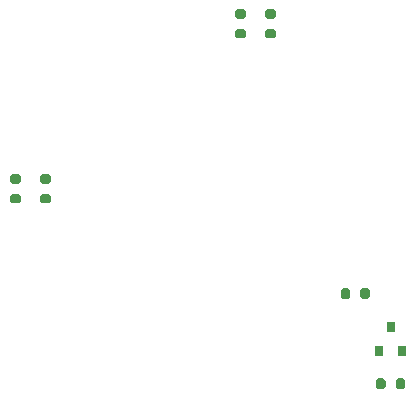
<source format=gbr>
G04 #@! TF.GenerationSoftware,KiCad,Pcbnew,5.1.10*
G04 #@! TF.CreationDate,2021-08-11T21:54:59-06:00*
G04 #@! TF.ProjectId,Speedometer-Top,53706565-646f-46d6-9574-65722d546f70,rev?*
G04 #@! TF.SameCoordinates,Original*
G04 #@! TF.FileFunction,Paste,Top*
G04 #@! TF.FilePolarity,Positive*
%FSLAX46Y46*%
G04 Gerber Fmt 4.6, Leading zero omitted, Abs format (unit mm)*
G04 Created by KiCad (PCBNEW 5.1.10) date 2021-08-11 21:54:59*
%MOMM*%
%LPD*%
G01*
G04 APERTURE LIST*
%ADD10R,0.800000X0.900000*%
G04 APERTURE END LIST*
G04 #@! TO.C,R6*
G36*
G01*
X53065000Y-22015000D02*
X53615000Y-22015000D01*
G75*
G02*
X53815000Y-22215000I0J-200000D01*
G01*
X53815000Y-22615000D01*
G75*
G02*
X53615000Y-22815000I-200000J0D01*
G01*
X53065000Y-22815000D01*
G75*
G02*
X52865000Y-22615000I0J200000D01*
G01*
X52865000Y-22215000D01*
G75*
G02*
X53065000Y-22015000I200000J0D01*
G01*
G37*
G36*
G01*
X53065000Y-20365000D02*
X53615000Y-20365000D01*
G75*
G02*
X53815000Y-20565000I0J-200000D01*
G01*
X53815000Y-20965000D01*
G75*
G02*
X53615000Y-21165000I-200000J0D01*
G01*
X53065000Y-21165000D01*
G75*
G02*
X52865000Y-20965000I0J200000D01*
G01*
X52865000Y-20565000D01*
G75*
G02*
X53065000Y-20365000I200000J0D01*
G01*
G37*
G04 #@! TD*
G04 #@! TO.C,R5*
G36*
G01*
X50525000Y-22015000D02*
X51075000Y-22015000D01*
G75*
G02*
X51275000Y-22215000I0J-200000D01*
G01*
X51275000Y-22615000D01*
G75*
G02*
X51075000Y-22815000I-200000J0D01*
G01*
X50525000Y-22815000D01*
G75*
G02*
X50325000Y-22615000I0J200000D01*
G01*
X50325000Y-22215000D01*
G75*
G02*
X50525000Y-22015000I200000J0D01*
G01*
G37*
G36*
G01*
X50525000Y-20365000D02*
X51075000Y-20365000D01*
G75*
G02*
X51275000Y-20565000I0J-200000D01*
G01*
X51275000Y-20965000D01*
G75*
G02*
X51075000Y-21165000I-200000J0D01*
G01*
X50525000Y-21165000D01*
G75*
G02*
X50325000Y-20965000I0J200000D01*
G01*
X50325000Y-20565000D01*
G75*
G02*
X50525000Y-20365000I200000J0D01*
G01*
G37*
G04 #@! TD*
G04 #@! TO.C,R4*
G36*
G01*
X63075000Y-51795000D02*
X63075000Y-52345000D01*
G75*
G02*
X62875000Y-52545000I-200000J0D01*
G01*
X62475000Y-52545000D01*
G75*
G02*
X62275000Y-52345000I0J200000D01*
G01*
X62275000Y-51795000D01*
G75*
G02*
X62475000Y-51595000I200000J0D01*
G01*
X62875000Y-51595000D01*
G75*
G02*
X63075000Y-51795000I0J-200000D01*
G01*
G37*
G36*
G01*
X64725000Y-51795000D02*
X64725000Y-52345000D01*
G75*
G02*
X64525000Y-52545000I-200000J0D01*
G01*
X64125000Y-52545000D01*
G75*
G02*
X63925000Y-52345000I0J200000D01*
G01*
X63925000Y-51795000D01*
G75*
G02*
X64125000Y-51595000I200000J0D01*
G01*
X64525000Y-51595000D01*
G75*
G02*
X64725000Y-51795000I0J-200000D01*
G01*
G37*
G04 #@! TD*
G04 #@! TO.C,R3*
G36*
G01*
X60940000Y-44725000D02*
X60940000Y-44175000D01*
G75*
G02*
X61140000Y-43975000I200000J0D01*
G01*
X61540000Y-43975000D01*
G75*
G02*
X61740000Y-44175000I0J-200000D01*
G01*
X61740000Y-44725000D01*
G75*
G02*
X61540000Y-44925000I-200000J0D01*
G01*
X61140000Y-44925000D01*
G75*
G02*
X60940000Y-44725000I0J200000D01*
G01*
G37*
G36*
G01*
X59290000Y-44725000D02*
X59290000Y-44175000D01*
G75*
G02*
X59490000Y-43975000I200000J0D01*
G01*
X59890000Y-43975000D01*
G75*
G02*
X60090000Y-44175000I0J-200000D01*
G01*
X60090000Y-44725000D01*
G75*
G02*
X59890000Y-44925000I-200000J0D01*
G01*
X59490000Y-44925000D01*
G75*
G02*
X59290000Y-44725000I0J200000D01*
G01*
G37*
G04 #@! TD*
G04 #@! TO.C,R2*
G36*
G01*
X34015000Y-35985000D02*
X34565000Y-35985000D01*
G75*
G02*
X34765000Y-36185000I0J-200000D01*
G01*
X34765000Y-36585000D01*
G75*
G02*
X34565000Y-36785000I-200000J0D01*
G01*
X34015000Y-36785000D01*
G75*
G02*
X33815000Y-36585000I0J200000D01*
G01*
X33815000Y-36185000D01*
G75*
G02*
X34015000Y-35985000I200000J0D01*
G01*
G37*
G36*
G01*
X34015000Y-34335000D02*
X34565000Y-34335000D01*
G75*
G02*
X34765000Y-34535000I0J-200000D01*
G01*
X34765000Y-34935000D01*
G75*
G02*
X34565000Y-35135000I-200000J0D01*
G01*
X34015000Y-35135000D01*
G75*
G02*
X33815000Y-34935000I0J200000D01*
G01*
X33815000Y-34535000D01*
G75*
G02*
X34015000Y-34335000I200000J0D01*
G01*
G37*
G04 #@! TD*
G04 #@! TO.C,R1*
G36*
G01*
X32025000Y-35135000D02*
X31475000Y-35135000D01*
G75*
G02*
X31275000Y-34935000I0J200000D01*
G01*
X31275000Y-34535000D01*
G75*
G02*
X31475000Y-34335000I200000J0D01*
G01*
X32025000Y-34335000D01*
G75*
G02*
X32225000Y-34535000I0J-200000D01*
G01*
X32225000Y-34935000D01*
G75*
G02*
X32025000Y-35135000I-200000J0D01*
G01*
G37*
G36*
G01*
X32025000Y-36785000D02*
X31475000Y-36785000D01*
G75*
G02*
X31275000Y-36585000I0J200000D01*
G01*
X31275000Y-36185000D01*
G75*
G02*
X31475000Y-35985000I200000J0D01*
G01*
X32025000Y-35985000D01*
G75*
G02*
X32225000Y-36185000I0J-200000D01*
G01*
X32225000Y-36585000D01*
G75*
G02*
X32025000Y-36785000I-200000J0D01*
G01*
G37*
G04 #@! TD*
D10*
G04 #@! TO.C,Q1*
X63500000Y-47260000D03*
X64450000Y-49260000D03*
X62550000Y-49260000D03*
G04 #@! TD*
M02*

</source>
